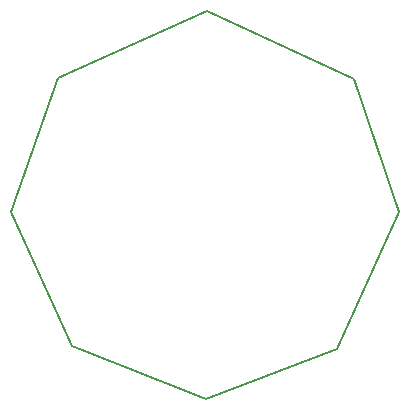
<source format=gbr>
G04 #@! TF.GenerationSoftware,KiCad,Pcbnew,5.1.4-e60b266~84~ubuntu18.04.1*
G04 #@! TF.CreationDate,2019-09-29T18:03:22-04:00*
G04 #@! TF.ProjectId,BAR30-SENSOR,42415233-302d-4534-954e-534f522e6b69,rev?*
G04 #@! TF.SameCoordinates,Original*
G04 #@! TF.FileFunction,Profile,NP*
%FSLAX46Y46*%
G04 Gerber Fmt 4.6, Leading zero omitted, Abs format (unit mm)*
G04 Created by KiCad (PCBNEW 5.1.4-e60b266~84~ubuntu18.04.1) date 2019-09-29 18:03:22*
%MOMM*%
%LPD*%
G04 APERTURE LIST*
%ADD10C,0.150000*%
G04 APERTURE END LIST*
D10*
X42300000Y-32400000D02*
X54900000Y-26700000D01*
X38300000Y-43700000D02*
X42300000Y-32400000D01*
X43500000Y-55100000D02*
X38300000Y-43700000D01*
X54800000Y-59600000D02*
X43500000Y-55100000D01*
X65900000Y-55300000D02*
X54800000Y-59600000D01*
X71200000Y-43700000D02*
X65900000Y-55300000D01*
X67400000Y-32500000D02*
X71200000Y-43700000D01*
X54900000Y-26700000D02*
X67400000Y-32500000D01*
M02*

</source>
